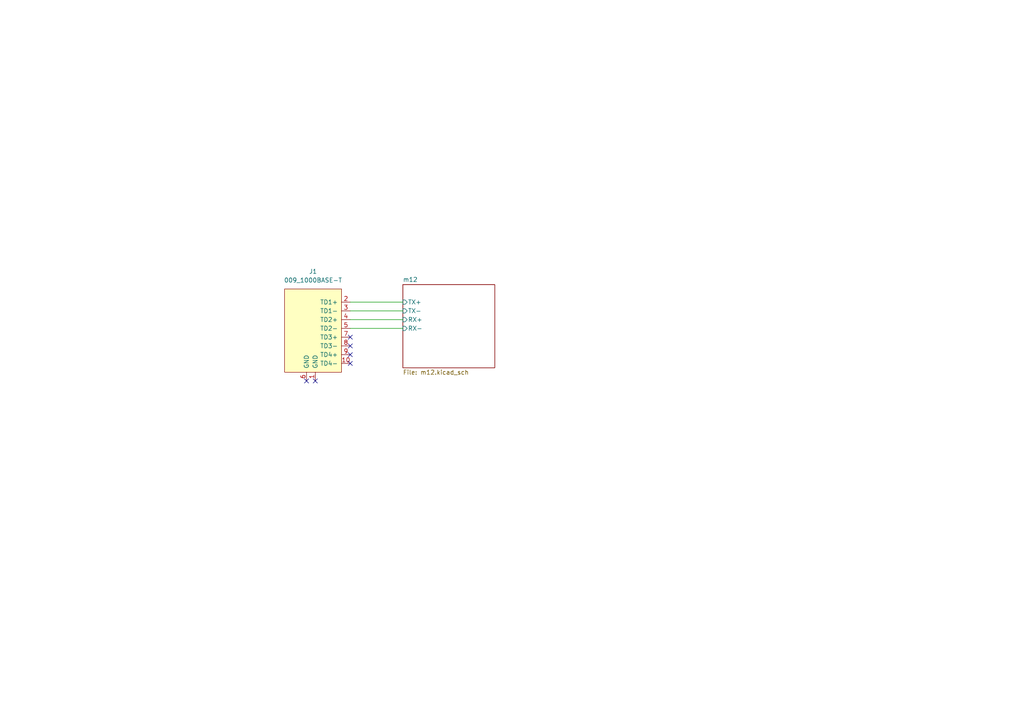
<source format=kicad_sch>
(kicad_sch (version 20211123) (generator eeschema)

  (uuid 2883316a-6104-4079-a748-e6212344d0f9)

  (paper "A4")

  (lib_symbols
    (symbol "put_on_edge:009_1000BASE-T" (pin_names (offset 1.016)) (in_bom yes) (on_board yes)
      (property "Reference" "J" (id 0) (at -2.54 13.97 0)
        (effects (font (size 1.27 1.27)))
      )
      (property "Value" "009_1000BASE-T" (id 1) (at 8.89 13.97 0)
        (effects (font (size 1.27 1.27)))
      )
      (property "Footprint" "" (id 2) (at 7.62 16.51 0)
        (effects (font (size 1.27 1.27)) hide)
      )
      (property "Datasheet" "" (id 3) (at 7.62 16.51 0)
        (effects (font (size 1.27 1.27)) hide)
      )
      (symbol "009_1000BASE-T_0_1"
        (rectangle (start -8.89 12.7) (end 7.62 -11.43)
          (stroke (width 0) (type default) (color 0 0 0 0))
          (fill (type background))
        )
      )
      (symbol "009_1000BASE-T_1_1"
        (pin power_in line (at -1.27 -13.97 90) (length 2.54)
          (name "GND" (effects (font (size 1.27 1.27))))
          (number "1" (effects (font (size 1.27 1.27))))
        )
        (pin bidirectional line (at -11.43 -8.89 0) (length 2.54)
          (name "TD4-" (effects (font (size 1.27 1.27))))
          (number "10" (effects (font (size 1.27 1.27))))
        )
        (pin bidirectional line (at -11.43 8.89 0) (length 2.54)
          (name "TD1+" (effects (font (size 1.27 1.27))))
          (number "2" (effects (font (size 1.27 1.27))))
        )
        (pin bidirectional line (at -11.43 6.35 0) (length 2.54)
          (name "TD1-" (effects (font (size 1.27 1.27))))
          (number "3" (effects (font (size 1.27 1.27))))
        )
        (pin bidirectional line (at -11.43 3.81 0) (length 2.54)
          (name "TD2+" (effects (font (size 1.27 1.27))))
          (number "4" (effects (font (size 1.27 1.27))))
        )
        (pin bidirectional line (at -11.43 1.27 0) (length 2.54)
          (name "TD2-" (effects (font (size 1.27 1.27))))
          (number "5" (effects (font (size 1.27 1.27))))
        )
        (pin power_in line (at 1.27 -13.97 90) (length 2.54)
          (name "GND" (effects (font (size 1.27 1.27))))
          (number "6" (effects (font (size 1.27 1.27))))
        )
        (pin bidirectional line (at -11.43 -1.27 0) (length 2.54)
          (name "TD3+" (effects (font (size 1.27 1.27))))
          (number "7" (effects (font (size 1.27 1.27))))
        )
        (pin bidirectional line (at -11.43 -3.81 0) (length 2.54)
          (name "TD3-" (effects (font (size 1.27 1.27))))
          (number "8" (effects (font (size 1.27 1.27))))
        )
        (pin bidirectional line (at -11.43 -6.35 0) (length 2.54)
          (name "TD4+" (effects (font (size 1.27 1.27))))
          (number "9" (effects (font (size 1.27 1.27))))
        )
      )
    )
  )


  (no_connect (at 101.6 102.87) (uuid cceba37e-2f8f-4cbb-ae27-ac62cc16fe54))
  (no_connect (at 88.9 110.49) (uuid ce9f2f72-bc2a-442f-965e-9cfdb0652dac))
  (no_connect (at 91.44 110.49) (uuid ce9f2f72-bc2a-442f-965e-9cfdb0652dad))
  (no_connect (at 101.6 100.33) (uuid d652436e-7cc6-444c-b3cf-298d4240b94c))
  (no_connect (at 101.6 105.41) (uuid d85bf75b-cfdb-41c7-afee-7c7bb936981c))
  (no_connect (at 101.6 97.79) (uuid febc47c1-e6fd-472c-8db7-7eeed1ceab0c))

  (wire (pts (xy 101.6 92.71) (xy 116.84 92.71))
    (stroke (width 0) (type default) (color 0 0 0 0))
    (uuid 1a0a4dca-209b-439e-9508-b1cb117d9948)
  )
  (wire (pts (xy 101.6 87.63) (xy 116.84 87.63))
    (stroke (width 0) (type default) (color 0 0 0 0))
    (uuid 4e3da396-e2fc-43d1-83a1-50ab5fedba96)
  )
  (wire (pts (xy 101.6 90.17) (xy 116.84 90.17))
    (stroke (width 0) (type default) (color 0 0 0 0))
    (uuid c1437939-bdc9-4b77-a516-71e86da06952)
  )
  (wire (pts (xy 101.6 95.25) (xy 116.84 95.25))
    (stroke (width 0) (type default) (color 0 0 0 0))
    (uuid eb313cc2-8185-411b-8b7e-fa75c71bfb3c)
  )

  (symbol (lib_id "put_on_edge:009_1000BASE-T") (at 90.17 96.52 0) (mirror y) (unit 1)
    (in_bom yes) (on_board yes) (fields_autoplaced)
    (uuid 93b280f7-6a72-461f-a036-cc0699ef1814)
    (property "Reference" "J1" (id 0) (at 90.805 78.74 0))
    (property "Value" "009_1000BASE-T" (id 1) (at 90.805 81.28 0))
    (property "Footprint" "on_edge:on_edge_2x05_device" (id 2) (at 82.55 80.01 0)
      (effects (font (size 1.27 1.27)) hide)
    )
    (property "Datasheet" "" (id 3) (at 82.55 80.01 0)
      (effects (font (size 1.27 1.27)) hide)
    )
    (pin "1" (uuid 59aa2963-b714-47bd-976b-bcff7aff55bb))
    (pin "10" (uuid 435a8e0f-5234-4afa-9bf8-5b0ee92dcc9a))
    (pin "2" (uuid f085f2a0-b9cb-4e18-b634-488521daa639))
    (pin "3" (uuid 68cf7a4c-dbb7-4945-a3c7-3f5f061da3b8))
    (pin "4" (uuid f474baf8-97cb-4a74-a0a1-5dba22b7f3b0))
    (pin "5" (uuid 3a280b3a-8217-49a0-9b52-7375a8f3e7d2))
    (pin "6" (uuid 1b87175f-aa26-45d5-a184-3c6069331f40))
    (pin "7" (uuid c37fb866-6735-4636-b8e2-3e83db5fcd94))
    (pin "8" (uuid b5af9cc1-7f5f-4cb6-be7d-ebf55d326a96))
    (pin "9" (uuid e8883b08-977d-4c59-b358-cc20d0e4132d))
  )

  (sheet (at 116.84 82.55) (size 26.67 24.13) (fields_autoplaced)
    (stroke (width 0.1524) (type solid) (color 0 0 0 0))
    (fill (color 0 0 0 0.0000))
    (uuid 8fbd7889-9183-4cb7-8226-dfa49ef07f6c)
    (property "Sheet name" "m12" (id 0) (at 116.84 81.8384 0)
      (effects (font (size 1.27 1.27)) (justify left bottom))
    )
    (property "Sheet file" "m12.kicad_sch" (id 1) (at 116.84 107.2646 0)
      (effects (font (size 1.27 1.27)) (justify left top))
    )
    (pin "TX-" input (at 116.84 90.17 180)
      (effects (font (size 1.27 1.27)) (justify left))
      (uuid fc8b338b-4f90-4a3d-bd72-ef62fad30da2)
    )
    (pin "RX-" input (at 116.84 95.25 180)
      (effects (font (size 1.27 1.27)) (justify left))
      (uuid f8e1bc61-5b9f-47a6-8619-46d146820a20)
    )
    (pin "RX+" input (at 116.84 92.71 180)
      (effects (font (size 1.27 1.27)) (justify left))
      (uuid 98540862-f9bc-4ea0-bcda-3644cc49cec5)
    )
    (pin "TX+" input (at 116.84 87.63 180)
      (effects (font (size 1.27 1.27)) (justify left))
      (uuid 5d1091c0-5cc0-4c71-987a-b36e6b63aa34)
    )
  )

  (sheet_instances
    (path "/" (page "1"))
    (path "/8fbd7889-9183-4cb7-8226-dfa49ef07f6c" (page "2"))
  )

  (symbol_instances
    (path "/93b280f7-6a72-461f-a036-cc0699ef1814"
      (reference "J1") (unit 1) (value "009_1000BASE-T") (footprint "on_edge:on_edge_2x05_device")
    )
    (path "/8fbd7889-9183-4cb7-8226-dfa49ef07f6c/20bf1f96-1d2d-426a-a3b2-eab2fb9f6545"
      (reference "J2") (unit 1) (value "M12D-04PFFP-SF8001") (footprint "b095:M12D")
    )
  )
)

</source>
